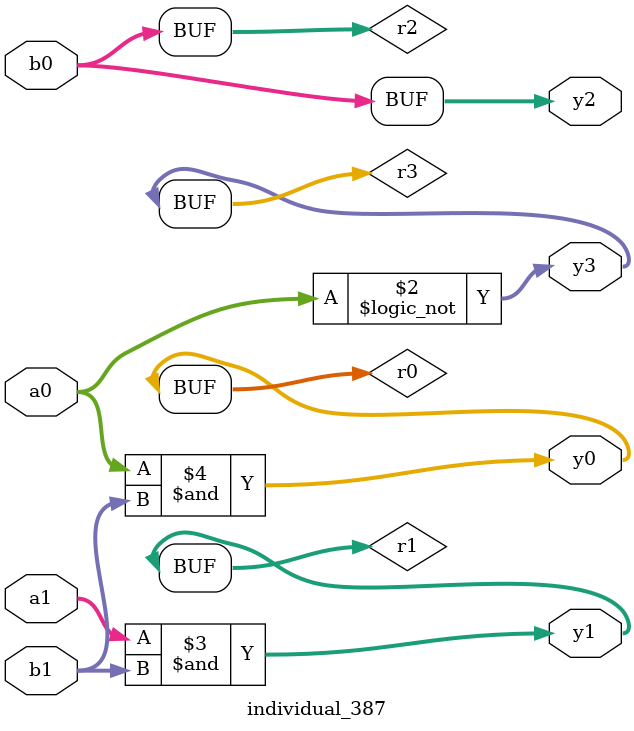
<source format=sv>
module individual_387(input logic [15:0] a1, input logic [15:0] a0, input logic [15:0] b1, input logic [15:0] b0, output logic [15:0] y3, output logic [15:0] y2, output logic [15:0] y1, output logic [15:0] y0);
logic [15:0] r0, r1, r2, r3; 
 always@(*) begin 
	 r0 = a0; r1 = a1; r2 = b0; r3 = b1; 
 	 r3 = ! r0 ;
 	 r1  &=  b1 ;
 	 r0  &=  b1 ;
 	 y3 = r3; y2 = r2; y1 = r1; y0 = r0; 
end
endmodule
</source>
